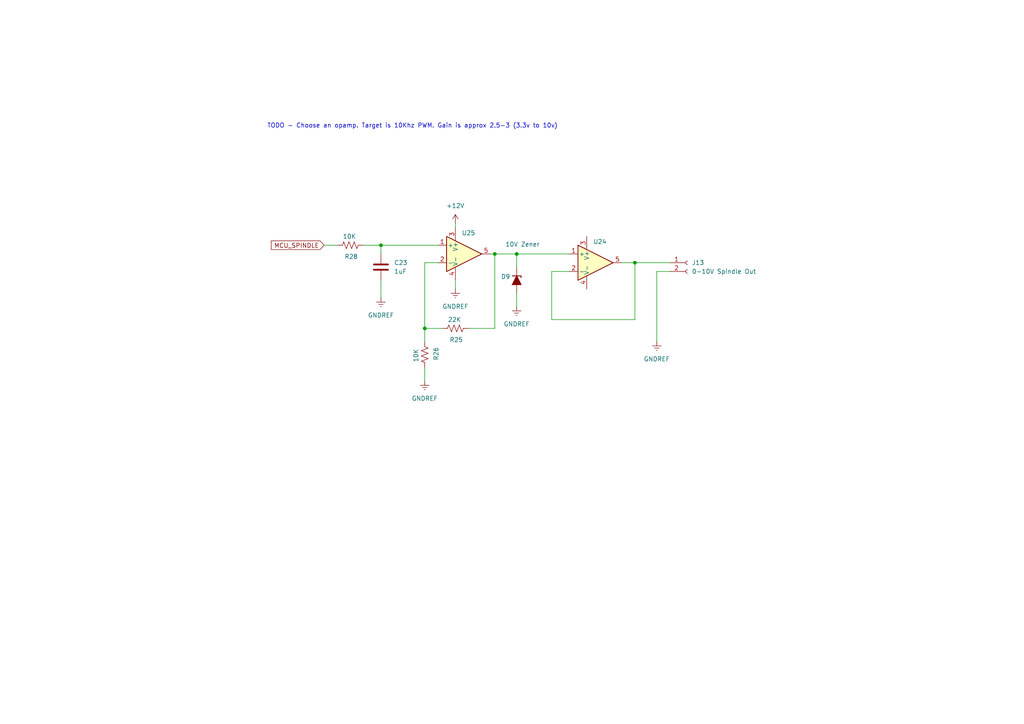
<source format=kicad_sch>
(kicad_sch (version 20250114) (generator "eeschema") (generator_version "9.0")
  (paper "A4")
  (lib_symbols
    (symbol "Connector:Conn_01x02_Socket" (pin_names (offset 1.016) (hide yes))
      (property "Reference" "J" (at 0 2.54 0))
      (property "Value" "Conn_01x02_Socket" (at 0 -5.08 0))
      (symbol "Conn_01x02_Socket_1_1"
        (polyline (pts (xy -1.27 0) (xy -0.508 0)) (stroke (width 0.1524)))
        (polyline (pts (xy -1.27 -2.54) (xy -0.508 -2.54)) (stroke (width 0.1524)))
        (arc (start 0 -0.508) (mid -0.5058 0) (end 0 0.508) (stroke (width 0.1524)))
        (arc (start 0 -3.048) (mid -0.5058 -2.54) (end 0 -2.032) (stroke (width 0.1524)))
        (pin passive line (at -5.08 0 0) (length 3.81) (name "Pin_1") (number "1"))
        (pin passive line (at -5.08 -2.54 0) (length 3.81) (name "Pin_2") (number "2"))
      )
    )
    (symbol "Device:C" (pin_numbers (hide yes)) (pin_names (offset 0.254))
      (property "Reference" "C" (at 0.635 2.54 0))
      (property "Value" "C" (at 0.635 -2.54 0))
      (symbol "C_0_1"
        (polyline (pts (xy -2.032 0.762) (xy 2.032 0.762)) (stroke (width 0.508)))
        (polyline (pts (xy -2.032 -0.762) (xy 2.032 -0.762)) (stroke (width 0.508)))
      )
      (symbol "C_1_1"
        (pin passive line (at 0 3.81 270) (length 2.794) (name "~") (number "1"))
        (pin passive line (at 0 -3.81 90) (length 2.794) (name "~") (number "2"))
      )
    )
    (symbol "Device:D_Zener_Filled" (pin_numbers (hide yes)) (pin_names (offset 1.016) (hide yes))
      (property "Reference" "D" (at 0 2.54 0))
      (property "Value" "D_Zener_Filled" (at 0 -2.54 0))
      (symbol "D_Zener_Filled_0_1"
        (polyline (pts (xy -1.27 -1.27) (xy -1.27 1.27) (xy -0.762 1.27)) (stroke (width 0.254)))
        (polyline (pts (xy 1.27 0) (xy -1.27 0)))
        (polyline (pts (xy 1.27 -1.27) (xy 1.27 1.27) (xy -1.27 0) (xy 1.27 -1.27)) (stroke (width 0.254)) (fill (type outline)))
      )
      (symbol "D_Zener_Filled_1_1"
        (pin passive line (at -3.81 0 0) (length 2.54) (name "K") (number "1"))
        (pin passive line (at 3.81 0 180) (length 2.54) (name "A") (number "2"))
      )
    )
    (symbol "Device:R_US" (pin_numbers (hide yes)) (pin_names (offset 0))
      (property "Reference" "R" (at 2.54 0 90))
      (property "Value" "R_US" (at -2.54 0 90))
      (symbol "R_US_0_1"
        (polyline (pts (xy 0 2.286) (xy 0 2.54)))
        (polyline (pts (xy 0 2.286) (xy 1.016 1.905) (xy 0 1.524) (xy -1.016 1.143) (xy 0 0.762)))
        (polyline (pts (xy 0 0.762) (xy 1.016 0.381) (xy 0 0) (xy -1.016 -0.381) (xy 0 -0.762)))
        (polyline (pts (xy 0 -0.762) (xy 1.016 -1.143) (xy 0 -1.524) (xy -1.016 -1.905) (xy 0 -2.286)))
        (polyline (pts (xy 0 -2.286) (xy 0 -2.54)))
      )
      (symbol "R_US_1_1"
        (pin passive line (at 0 3.81 270) (length 1.27) (name "~") (number "1"))
        (pin passive line (at 0 -3.81 90) (length 1.27) (name "~") (number "2"))
      )
    )
    (symbol "Simulation_SPICE:OPAMP" (pin_names (offset 0.254))
      (property "Reference" "U" (at 3.81 3.175 0))
      (property "Value" "${SIM.PARAMS}" (at 3.81 -3.175 0))
      (symbol "OPAMP_0_1"
        (polyline (pts (xy 5.08 0) (xy -5.08 5.08) (xy -5.08 -5.08) (xy 5.08 0)) (stroke (width 0.254)) (fill (type background)))
      )
      (symbol "OPAMP_1_1"
        (pin input line (at -7.62 2.54 0) (length 2.54) (name "+") (number "1"))
        (pin input line (at -7.62 -2.54 0) (length 2.54) (name "-") (number "2"))
        (pin power_in line (at -2.54 7.62 270) (length 3.81) (name "V+") (number "3"))
        (pin power_in line (at -2.54 -7.62 90) (length 3.81) (name "V-") (number "4"))
        (pin output line (at 7.62 0 180) (length 2.54) (name "~") (number "5"))
      )
    )
    (symbol "power:+12V" (power) (pin_numbers (hide yes)) (pin_names (offset 0) (hide yes))
      (property "Value" "+12V" (at 0 3.556 0))
      (symbol "+12V_0_1"
        (polyline (pts (xy -0.762 1.27) (xy 0 2.54)))
        (polyline (pts (xy 0 2.54) (xy 0.762 1.27)))
        (polyline (pts (xy 0 0) (xy 0 2.54)))
      )
      (symbol "+12V_1_1"
        (pin power_in line (at 0 0 90) (length 0) (name "~") (number "1"))
      )
    )
    (symbol "power:GNDREF" (power) (pin_numbers (hide yes)) (pin_names (offset 0) (hide yes))
      (property "Value" "GNDREF" (at 0 -3.81 0))
      (symbol "GNDREF_0_1"
        (polyline (pts (xy -0.635 -1.905) (xy 0.635 -1.905)))
        (polyline (pts (xy -0.127 -2.54) (xy 0.127 -2.54)))
        (polyline (pts (xy 0 -1.27) (xy 0 0)))
        (polyline (pts (xy 1.27 -1.27) (xy -1.27 -1.27)))
      )
      (symbol "GNDREF_1_1"
        (pin power_in line (at 0 0 270) (length 0) (name "~") (number "1"))
      )
    )
  )
  (text "TODO - Choose an opamp. Target is 10Khz PWM. Gain is approx 2.5-3 (3.3v to 10v)" (at 119.634 36.576 0) (effects (font (size 1.27 1.27))))
  (junction (at 123.19 95.25))
  (junction (at 110.49 71.12))
  (junction (at 184.15 76.2))
  (junction (at 143.51 73.66))
  (junction (at 149.86 73.66))
  (wire (pts (xy 184.15 92.71) (xy 160.02 92.71)))
  (wire (pts (xy 105.41 71.12) (xy 110.49 71.12)))
  (wire (pts (xy 110.49 71.12) (xy 110.49 73.66)))
  (wire (pts (xy 110.49 81.28) (xy 110.49 86.36)))
  (wire (pts (xy 123.19 95.25) (xy 128.27 95.25)))
  (wire (pts (xy 132.08 81.28) (xy 132.08 83.82)))
  (wire (pts (xy 149.86 73.66) (xy 149.86 77.47)))
  (wire (pts (xy 110.49 71.12) (xy 127 71.12)))
  (wire (pts (xy 184.15 76.2) (xy 184.15 92.71)))
  (wire (pts (xy 135.89 95.25) (xy 143.51 95.25)))
  (wire (pts (xy 132.08 64.77) (xy 132.08 66.04)))
  (wire (pts (xy 143.51 73.66) (xy 149.86 73.66)))
  (wire (pts (xy 149.86 73.66) (xy 165.1 73.66)))
  (wire (pts (xy 123.19 95.25) (xy 123.19 99.06)))
  (wire (pts (xy 127 76.2) (xy 123.19 76.2)))
  (wire (pts (xy 190.5 78.74) (xy 190.5 99.06)))
  (wire (pts (xy 160.02 92.71) (xy 160.02 78.74)))
  (wire (pts (xy 149.86 85.09) (xy 149.86 88.9)))
  (wire (pts (xy 123.19 76.2) (xy 123.19 95.25)))
  (wire (pts (xy 184.15 76.2) (xy 194.31 76.2)))
  (wire (pts (xy 194.31 78.74) (xy 190.5 78.74)))
  (wire (pts (xy 97.79 71.12) (xy 93.98 71.12)))
  (wire (pts (xy 142.24 73.66) (xy 143.51 73.66)))
  (wire (pts (xy 160.02 78.74) (xy 165.1 78.74)))
  (wire (pts (xy 123.19 106.68) (xy 123.19 110.49)))
  (wire (pts (xy 180.34 76.2) (xy 184.15 76.2)))
  (wire (pts (xy 143.51 73.66) (xy 143.51 95.25)))
  (global_label "MCU_SPINDLE" (shape input) (at 93.98 71.12 180) (property "Intersheetrefs" "${INTERSHEET_REFS}" (effects (hide yes))))
  (symbol (lib_id "Device:R_US") (at 123.19 102.87 0) (unit 1)
    (property "Reference" "R26" (at 126.492 102.616 90))
    (property "Value" "10K" (at 120.65 103.124 90))
    (property "Description" "Resistor, US symbol" (effects (hide yes)))
  )
  (symbol (lib_id "power:GNDREF") (at 132.08 83.82 0) (unit 1)
    (property "Reference" "#PWR0144" (effects (hide yes)))
    (property "Value" "GNDREF" (at 132.08 88.9 0))
    (property "Description" "Power symbol creates a global label with name \"GNDREF\" , reference supply ground" (effects (hide yes)))
  )
  (symbol (lib_id "Simulation_SPICE:OPAMP") (at 172.72 76.2 0) (unit 1)
    (property "Reference" "U24" (at 173.99 70.104 0))
    (property "Value" "${SIM.PARAMS}" (at 181.61 72.9549 0))
    (property "Datasheet" "https://ngspice.sourceforge.io/docs/ngspice-html-manual/manual.xhtml#sec__SUBCKT_Subcircuits" (effects (hide yes)))
    (property "Description" "Operational amplifier, single" (effects (hide yes)))
    (property "Sim.Pins" "1=in+ 2=in- 3=vcc 4=vee 5=out" (effects (hide yes)))
    (property "Sim.Device" "SUBCKT" (effects (hide yes)))
    (property "Sim.Library" "${KICAD9_SYMBOL_DIR}/Simulation_SPICE.sp" (effects (hide yes)))
    (property "Sim.Name" "kicad_builtin_opamp" (effects (hide yes)))
  )
  (symbol (lib_id "power:GNDREF") (at 149.86 88.9 0) (unit 1)
    (property "Reference" "#PWR0145" (effects (hide yes)))
    (property "Value" "GNDREF" (at 149.86 93.98 0))
    (property "Description" "Power symbol creates a global label with name \"GNDREF\" , reference supply ground" (effects (hide yes)))
  )
  (symbol (lib_id "Device:C") (at 110.49 77.47 0) (unit 1)
    (property "Reference" "C23" (at 114.3 76.1999 0) (effects (justify left)))
    (property "Value" "1uF" (at 114.3 78.7399 0) (effects (justify left)))
    (property "Description" "Unpolarized capacitor" (effects (hide yes)))
  )
  (symbol (lib_id "Device:R_US") (at 132.08 95.25 270) (unit 1)
    (property "Reference" "R25" (at 132.334 98.552 90))
    (property "Value" "22K" (at 131.826 92.71 90))
    (property "Description" "Resistor, US symbol" (effects (hide yes)))
  )
  (symbol (lib_id "power:GNDREF") (at 110.49 86.36 0) (unit 1)
    (property "Reference" "#PWR0142" (effects (hide yes)))
    (property "Value" "GNDREF" (at 110.49 91.44 0))
    (property "Description" "Power symbol creates a global label with name \"GNDREF\" , reference supply ground" (effects (hide yes)))
  )
  (symbol (lib_id "Connector:Conn_01x02_Socket") (at 199.39 76.2 0) (unit 1)
    (property "Reference" "J13" (at 200.66 76.1999 0) (effects (justify left)))
    (property "Value" "0-10V Spindle Out" (at 200.66 78.7399 0) (effects (justify left)))
    (property "Description" "Generic connector, single row, 01x02, script generated" (effects (hide yes)))
  )
  (symbol (lib_id "power:GNDREF") (at 190.5 99.06 0) (unit 1)
    (property "Reference" "#PWR0138" (effects (hide yes)))
    (property "Value" "GNDREF" (at 190.5 104.14 0))
    (property "Description" "Power symbol creates a global label with name \"GNDREF\" , reference supply ground" (effects (hide yes)))
  )
  (symbol (lib_id "Device:R_US") (at 101.6 71.12 270) (unit 1)
    (property "Reference" "R28" (at 101.854 74.422 90))
    (property "Value" "10K" (at 101.346 68.58 90))
    (property "Description" "Resistor, US symbol" (effects (hide yes)))
  )
  (symbol (lib_id "power:GNDREF") (at 123.19 110.49 0) (unit 1)
    (property "Reference" "#PWR0139" (effects (hide yes)))
    (property "Value" "GNDREF" (at 123.19 115.57 0))
    (property "Description" "Power symbol creates a global label with name \"GNDREF\" , reference supply ground" (effects (hide yes)))
  )
  (symbol (lib_id "Device:D_Zener_Filled") (at 149.86 81.28 270) (unit 1)
    (property "Reference" "D9" (at 145.288 80.264 90) (effects (justify left)))
    (property "Value" "10V Zener" (at 146.558 70.866 90) (effects (justify left)))
    (property "Description" "Zener diode, filled shape" (effects (hide yes)))
  )
  (symbol (lib_id "Simulation_SPICE:OPAMP") (at 134.62 73.66 0) (unit 1)
    (property "Reference" "U25" (at 135.89 67.564 0))
    (property "Value" "${SIM.PARAMS}" (at 143.51 70.4149 0))
    (property "Datasheet" "https://ngspice.sourceforge.io/docs/ngspice-html-manual/manual.xhtml#sec__SUBCKT_Subcircuits" (effects (hide yes)))
    (property "Description" "Operational amplifier, single" (effects (hide yes)))
    (property "Sim.Pins" "1=in+ 2=in- 3=vcc 4=vee 5=out" (effects (hide yes)))
    (property "Sim.Device" "SUBCKT" (effects (hide yes)))
    (property "Sim.Library" "${KICAD9_SYMBOL_DIR}/Simulation_SPICE.sp" (effects (hide yes)))
    (property "Sim.Name" "kicad_builtin_opamp" (effects (hide yes)))
  )
  (symbol (lib_id "power:+12V") (at 132.08 64.77 0) (unit 1)
    (property "Reference" "#PWR0143" (effects (hide yes)))
    (property "Value" "+12V" (at 132.08 59.69 0))
    (property "Description" "Power symbol creates a global label with name \"+12V\"" (effects (hide yes)))
  )
)
</source>
